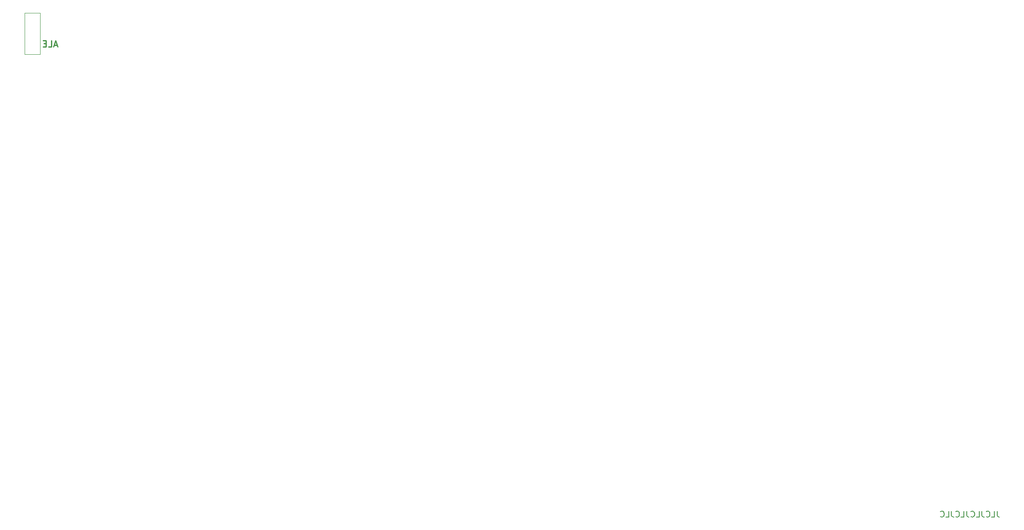
<source format=gbr>
%TF.GenerationSoftware,KiCad,Pcbnew,8.0.0*%
%TF.CreationDate,2024-03-10T15:29:52+00:00*%
%TF.ProjectId,Commodore PC10 III,436f6d6d-6f64-46f7-9265-205043313020,1.0*%
%TF.SameCoordinates,Original*%
%TF.FileFunction,Legend,Bot*%
%TF.FilePolarity,Positive*%
%FSLAX46Y46*%
G04 Gerber Fmt 4.6, Leading zero omitted, Abs format (unit mm)*
G04 Created by KiCad (PCBNEW 8.0.0) date 2024-03-10 15:29:52*
%MOMM*%
%LPD*%
G01*
G04 APERTURE LIST*
%ADD10C,0.260000*%
%ADD11C,0.150000*%
%ADD12C,0.120000*%
G04 APERTURE END LIST*
D10*
X218041328Y-237265956D02*
X217422281Y-237265956D01*
X218165138Y-237637384D02*
X217731805Y-236337384D01*
X217731805Y-236337384D02*
X217298471Y-237637384D01*
X216246090Y-237637384D02*
X216865138Y-237637384D01*
X216865138Y-237637384D02*
X216865138Y-236337384D01*
X215812757Y-236956432D02*
X215379423Y-236956432D01*
X215193709Y-237637384D02*
X215812757Y-237637384D01*
X215812757Y-237637384D02*
X215812757Y-236337384D01*
X215812757Y-236337384D02*
X215193709Y-236337384D01*
D11*
X408547744Y-331770342D02*
X408547744Y-332627485D01*
X408547744Y-332627485D02*
X408604887Y-332798914D01*
X408604887Y-332798914D02*
X408719173Y-332913200D01*
X408719173Y-332913200D02*
X408890601Y-332970342D01*
X408890601Y-332970342D02*
X409004887Y-332970342D01*
X407404887Y-332970342D02*
X407976315Y-332970342D01*
X407976315Y-332970342D02*
X407976315Y-331770342D01*
X406319172Y-332856057D02*
X406376315Y-332913200D01*
X406376315Y-332913200D02*
X406547743Y-332970342D01*
X406547743Y-332970342D02*
X406662029Y-332970342D01*
X406662029Y-332970342D02*
X406833458Y-332913200D01*
X406833458Y-332913200D02*
X406947743Y-332798914D01*
X406947743Y-332798914D02*
X407004886Y-332684628D01*
X407004886Y-332684628D02*
X407062029Y-332456057D01*
X407062029Y-332456057D02*
X407062029Y-332284628D01*
X407062029Y-332284628D02*
X407004886Y-332056057D01*
X407004886Y-332056057D02*
X406947743Y-331941771D01*
X406947743Y-331941771D02*
X406833458Y-331827485D01*
X406833458Y-331827485D02*
X406662029Y-331770342D01*
X406662029Y-331770342D02*
X406547743Y-331770342D01*
X406547743Y-331770342D02*
X406376315Y-331827485D01*
X406376315Y-331827485D02*
X406319172Y-331884628D01*
X405462029Y-331770342D02*
X405462029Y-332627485D01*
X405462029Y-332627485D02*
X405519172Y-332798914D01*
X405519172Y-332798914D02*
X405633458Y-332913200D01*
X405633458Y-332913200D02*
X405804886Y-332970342D01*
X405804886Y-332970342D02*
X405919172Y-332970342D01*
X404319172Y-332970342D02*
X404890600Y-332970342D01*
X404890600Y-332970342D02*
X404890600Y-331770342D01*
X403233457Y-332856057D02*
X403290600Y-332913200D01*
X403290600Y-332913200D02*
X403462028Y-332970342D01*
X403462028Y-332970342D02*
X403576314Y-332970342D01*
X403576314Y-332970342D02*
X403747743Y-332913200D01*
X403747743Y-332913200D02*
X403862028Y-332798914D01*
X403862028Y-332798914D02*
X403919171Y-332684628D01*
X403919171Y-332684628D02*
X403976314Y-332456057D01*
X403976314Y-332456057D02*
X403976314Y-332284628D01*
X403976314Y-332284628D02*
X403919171Y-332056057D01*
X403919171Y-332056057D02*
X403862028Y-331941771D01*
X403862028Y-331941771D02*
X403747743Y-331827485D01*
X403747743Y-331827485D02*
X403576314Y-331770342D01*
X403576314Y-331770342D02*
X403462028Y-331770342D01*
X403462028Y-331770342D02*
X403290600Y-331827485D01*
X403290600Y-331827485D02*
X403233457Y-331884628D01*
X402376314Y-331770342D02*
X402376314Y-332627485D01*
X402376314Y-332627485D02*
X402433457Y-332798914D01*
X402433457Y-332798914D02*
X402547743Y-332913200D01*
X402547743Y-332913200D02*
X402719171Y-332970342D01*
X402719171Y-332970342D02*
X402833457Y-332970342D01*
X401233457Y-332970342D02*
X401804885Y-332970342D01*
X401804885Y-332970342D02*
X401804885Y-331770342D01*
X400147742Y-332856057D02*
X400204885Y-332913200D01*
X400204885Y-332913200D02*
X400376313Y-332970342D01*
X400376313Y-332970342D02*
X400490599Y-332970342D01*
X400490599Y-332970342D02*
X400662028Y-332913200D01*
X400662028Y-332913200D02*
X400776313Y-332798914D01*
X400776313Y-332798914D02*
X400833456Y-332684628D01*
X400833456Y-332684628D02*
X400890599Y-332456057D01*
X400890599Y-332456057D02*
X400890599Y-332284628D01*
X400890599Y-332284628D02*
X400833456Y-332056057D01*
X400833456Y-332056057D02*
X400776313Y-331941771D01*
X400776313Y-331941771D02*
X400662028Y-331827485D01*
X400662028Y-331827485D02*
X400490599Y-331770342D01*
X400490599Y-331770342D02*
X400376313Y-331770342D01*
X400376313Y-331770342D02*
X400204885Y-331827485D01*
X400204885Y-331827485D02*
X400147742Y-331884628D01*
X399290599Y-331770342D02*
X399290599Y-332627485D01*
X399290599Y-332627485D02*
X399347742Y-332798914D01*
X399347742Y-332798914D02*
X399462028Y-332913200D01*
X399462028Y-332913200D02*
X399633456Y-332970342D01*
X399633456Y-332970342D02*
X399747742Y-332970342D01*
X398147742Y-332970342D02*
X398719170Y-332970342D01*
X398719170Y-332970342D02*
X398719170Y-331770342D01*
X397062027Y-332856057D02*
X397119170Y-332913200D01*
X397119170Y-332913200D02*
X397290598Y-332970342D01*
X397290598Y-332970342D02*
X397404884Y-332970342D01*
X397404884Y-332970342D02*
X397576313Y-332913200D01*
X397576313Y-332913200D02*
X397690598Y-332798914D01*
X397690598Y-332798914D02*
X397747741Y-332684628D01*
X397747741Y-332684628D02*
X397804884Y-332456057D01*
X397804884Y-332456057D02*
X397804884Y-332284628D01*
X397804884Y-332284628D02*
X397747741Y-332056057D01*
X397747741Y-332056057D02*
X397690598Y-331941771D01*
X397690598Y-331941771D02*
X397576313Y-331827485D01*
X397576313Y-331827485D02*
X397404884Y-331770342D01*
X397404884Y-331770342D02*
X397290598Y-331770342D01*
X397290598Y-331770342D02*
X397119170Y-331827485D01*
X397119170Y-331827485D02*
X397062027Y-331884628D01*
D12*
%TO.C,J1*%
X211465000Y-230775000D02*
X214585000Y-230775000D01*
X211465000Y-239175000D02*
X211465000Y-230775000D01*
X211465000Y-239175000D02*
X214585000Y-239175000D01*
X214585000Y-239175000D02*
X214585000Y-230775000D01*
%TD*%
M02*

</source>
